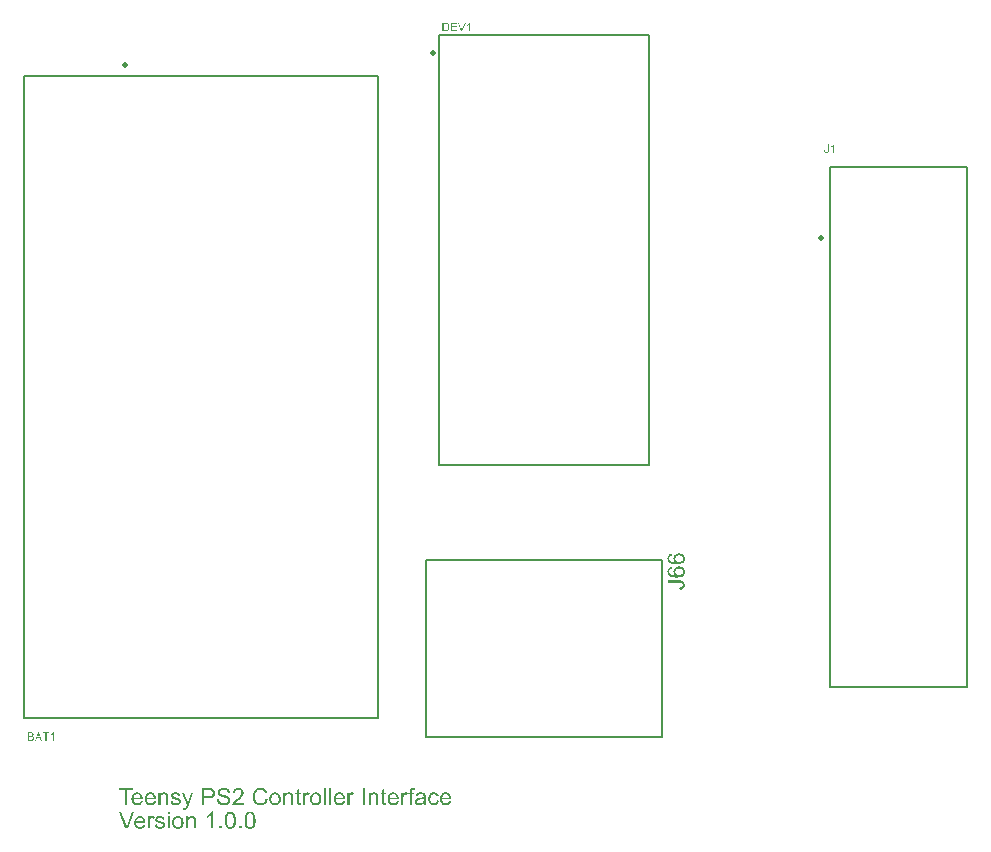
<source format=gto>
%FSLAX33Y33*%
%MOMM*%
%ADD10C,0.15*%
%ADD11C,0.5*%
%ADD12C,0.5*%
D10*
%LNtop silkscreen_traces*%
%LNtop silkscreen component 850c937d07aa44eb*%
G01*
X69200Y13000D02*
X69200Y57000D01*
X80800Y57000*
X80800Y13000*
X69200Y13000*
D11*
X68450Y51000D03*
G36*
X68729Y58403D02*
X68814Y58415D01*
X68817Y58377D01*
X68824Y58346D01*
X68833Y58321D01*
X68845Y58303D01*
X68860Y58289D01*
X68878Y58280D01*
X68898Y58274D01*
X68921Y58272D01*
X68938Y58273D01*
X68954Y58276D01*
X68969Y58281D01*
X68982Y58289D01*
X68994Y58298D01*
X69004Y58308D01*
X69012Y58320D01*
X69018Y58333D01*
X69022Y58349D01*
X69025Y58369D01*
X69027Y58394D01*
X69028Y58423D01*
X69028Y58916D01*
X69122Y58916D01*
X69122Y58428D01*
X69121Y58386D01*
X69117Y58348D01*
X69110Y58316D01*
X69101Y58289D01*
X69088Y58266D01*
X69073Y58245D01*
X69054Y58228D01*
X69032Y58214D01*
X69007Y58202D01*
X68981Y58194D01*
X68952Y58189D01*
X68921Y58188D01*
X68877Y58191D01*
X68838Y58201D01*
X68805Y58218D01*
X68777Y58242D01*
X68755Y58272D01*
X68740Y58309D01*
X68731Y58353D01*
X68729Y58403D01*
X68729Y58403D01*
X69573Y58200D02*
X69485Y58200D01*
X69485Y58760D01*
X69468Y58745D01*
X69448Y58730D01*
X69426Y58715D01*
X69401Y58700D01*
X69376Y58685D01*
X69353Y58673D01*
X69330Y58663D01*
X69309Y58654D01*
X69309Y58739D01*
X69345Y58757D01*
X69378Y58777D01*
X69409Y58799D01*
X69438Y58823D01*
X69463Y58848D01*
X69485Y58872D01*
X69502Y58895D01*
X69516Y58919D01*
X69573Y58919D01*
X69573Y58200D01*
X69573Y58200D01*
G37*
%LNtop silkscreen component 22919f5b1da83a9d*%
D10*
X55000Y8746D02*
X35000Y8746D01*
X35000Y23746*
X55000Y23746*
X55000Y8746*
G36*
X56484Y21226D02*
X56460Y21397D01*
X56536Y21404D01*
X56598Y21416D01*
X56648Y21434D01*
X56685Y21459D01*
X56711Y21489D01*
X56730Y21524D01*
X56742Y21564D01*
X56745Y21610D01*
X56743Y21644D01*
X56737Y21676D01*
X56727Y21706D01*
X56713Y21733D01*
X56695Y21757D01*
X56674Y21777D01*
X56650Y21793D01*
X56624Y21804D01*
X56592Y21813D01*
X56551Y21819D01*
X56502Y21823D01*
X56445Y21824D01*
X55458Y21824D01*
X55458Y22013D01*
X56434Y22013D01*
X56519Y22011D01*
X56593Y22003D01*
X56658Y21989D01*
X56712Y21970D01*
X56759Y21945D01*
X56799Y21914D01*
X56834Y21876D01*
X56863Y21832D01*
X56885Y21783D01*
X56901Y21730D01*
X56911Y21672D01*
X56914Y21611D01*
X56908Y21522D01*
X56887Y21445D01*
X56853Y21378D01*
X56806Y21322D01*
X56745Y21279D01*
X56671Y21248D01*
X56584Y21231D01*
X56484Y21226D01*
X56484Y21226D01*
X55809Y23164D02*
X55823Y22989D01*
X55774Y22976D01*
X55733Y22961D01*
X55699Y22943D01*
X55672Y22923D01*
X55639Y22885D01*
X55616Y22843D01*
X55602Y22797D01*
X55597Y22747D01*
X55600Y22706D01*
X55609Y22668D01*
X55623Y22632D01*
X55644Y22599D01*
X55678Y22560D01*
X55718Y22525D01*
X55766Y22495D01*
X55821Y22469D01*
X55885Y22447D01*
X55962Y22432D01*
X56050Y22423D01*
X56152Y22419D01*
X56225Y22511D01*
X56248Y22493D01*
X56301Y22467D01*
X56360Y22451D01*
X56426Y22446D01*
X56426Y22446D01*
X56471Y22448D01*
X56515Y22456D01*
X56558Y22468D01*
X56600Y22485D01*
X56639Y22506D01*
X56673Y22531D01*
X56702Y22560D01*
X56726Y22593D01*
X56745Y22628D01*
X56759Y22664D01*
X56767Y22700D01*
X56770Y22738D01*
X56764Y22792D01*
X56747Y22842D01*
X56719Y22887D01*
X56680Y22929D01*
X56631Y22964D01*
X56574Y22990D01*
X56509Y23005D01*
X56436Y23010D01*
X56366Y23005D01*
X56303Y22990D01*
X56249Y22965D01*
X56202Y22930D01*
X56165Y22888D01*
X56138Y22841D01*
X56122Y22789D01*
X56117Y22731D01*
X56122Y22674D01*
X56138Y22621D01*
X56165Y22573D01*
X56202Y22529D01*
X56225Y22511D01*
X56152Y22419D01*
X56106Y22452D01*
X56067Y22489D01*
X56035Y22530D01*
X56008Y22574D01*
X55988Y22620D01*
X55973Y22668D01*
X55964Y22717D01*
X55961Y22766D01*
X55969Y22851D01*
X55994Y22929D01*
X56034Y23001D01*
X56091Y23066D01*
X56160Y23120D01*
X56239Y23158D01*
X56327Y23181D01*
X56425Y23189D01*
X56491Y23186D01*
X56555Y23175D01*
X56617Y23157D01*
X56676Y23131D01*
X56730Y23099D01*
X56778Y23062D01*
X56819Y23020D01*
X56853Y22971D01*
X56880Y22919D01*
X56899Y22863D01*
X56911Y22804D01*
X56914Y22741D01*
X56904Y22636D01*
X56874Y22542D01*
X56824Y22457D01*
X56753Y22383D01*
X56659Y22322D01*
X56539Y22279D01*
X56393Y22253D01*
X56220Y22244D01*
X56027Y22253D01*
X55862Y22282D01*
X55725Y22330D01*
X55617Y22397D01*
X55545Y22470D01*
X55494Y22554D01*
X55463Y22650D01*
X55453Y22758D01*
X55458Y22838D01*
X55476Y22911D01*
X55506Y22977D01*
X55547Y23034D01*
X55599Y23083D01*
X55660Y23121D01*
X55730Y23148D01*
X55809Y23164D01*
X55809Y23164D01*
X55809Y24276D02*
X55823Y24101D01*
X55774Y24088D01*
X55733Y24073D01*
X55699Y24055D01*
X55672Y24035D01*
X55639Y23997D01*
X55616Y23955D01*
X55602Y23909D01*
X55597Y23859D01*
X55600Y23818D01*
X55609Y23780D01*
X55623Y23745D01*
X55644Y23712D01*
X55678Y23672D01*
X55718Y23637D01*
X55766Y23607D01*
X55821Y23581D01*
X55885Y23560D01*
X55962Y23544D01*
X56050Y23535D01*
X56152Y23531D01*
X56225Y23624D01*
X56248Y23605D01*
X56301Y23579D01*
X56360Y23564D01*
X56426Y23558D01*
X56426Y23558D01*
X56471Y23561D01*
X56515Y23568D01*
X56558Y23580D01*
X56600Y23597D01*
X56639Y23618D01*
X56673Y23643D01*
X56702Y23672D01*
X56726Y23705D01*
X56745Y23740D01*
X56759Y23776D01*
X56767Y23813D01*
X56770Y23850D01*
X56764Y23904D01*
X56747Y23954D01*
X56719Y24000D01*
X56680Y24042D01*
X56631Y24077D01*
X56574Y24102D01*
X56509Y24117D01*
X56436Y24122D01*
X56366Y24117D01*
X56303Y24102D01*
X56249Y24077D01*
X56202Y24043D01*
X56165Y24001D01*
X56138Y23953D01*
X56122Y23901D01*
X56117Y23844D01*
X56122Y23786D01*
X56138Y23733D01*
X56165Y23685D01*
X56202Y23641D01*
X56225Y23624D01*
X56152Y23531D01*
X56106Y23565D01*
X56067Y23602D01*
X56035Y23642D01*
X56008Y23686D01*
X55988Y23733D01*
X55973Y23780D01*
X55964Y23829D01*
X55961Y23879D01*
X55969Y23963D01*
X55994Y24041D01*
X56034Y24113D01*
X56091Y24178D01*
X56160Y24232D01*
X56239Y24271D01*
X56327Y24294D01*
X56425Y24302D01*
X56491Y24298D01*
X56555Y24287D01*
X56617Y24269D01*
X56676Y24243D01*
X56730Y24212D01*
X56778Y24174D01*
X56819Y24132D01*
X56853Y24084D01*
X56880Y24031D01*
X56899Y23975D01*
X56911Y23916D01*
X56914Y23853D01*
X56904Y23748D01*
X56874Y23654D01*
X56824Y23569D01*
X56753Y23495D01*
X56659Y23434D01*
X56539Y23391D01*
X56393Y23365D01*
X56220Y23356D01*
X56027Y23366D01*
X55862Y23395D01*
X55725Y23442D01*
X55617Y23510D01*
X55545Y23582D01*
X55494Y23667D01*
X55463Y23762D01*
X55453Y23870D01*
X55458Y23951D01*
X55476Y24024D01*
X55506Y24089D01*
X55547Y24147D01*
X55599Y24195D01*
X55660Y24233D01*
X55730Y24260D01*
X55809Y24276D01*
X55809Y24276D01*
G37*
%LNtop silkscreen component 794d13895f8c3f47*%
X30985Y10325D02*
X1015Y10325D01*
X1015Y64675*
X30985Y64675*
X30985Y10325*
D12*
X9565Y65650D03*
G36*
X1273Y8425D02*
X1273Y9141D01*
X1542Y9141D01*
X1581Y9139D01*
X1616Y9135D01*
X1647Y9129D01*
X1673Y9119D01*
X1697Y9107D01*
X1718Y9092D01*
X1736Y9073D01*
X1751Y9052D01*
X1763Y9029D01*
X1772Y9006D01*
X1777Y8982D01*
X1779Y8958D01*
X1778Y8935D01*
X1773Y8913D01*
X1765Y8892D01*
X1754Y8871D01*
X1740Y8852D01*
X1723Y8835D01*
X1703Y8819D01*
X1679Y8806D01*
X1651Y8738D01*
X1638Y8744D01*
X1618Y8749D01*
X1594Y8753D01*
X1566Y8755D01*
X1533Y8756D01*
X1368Y8756D01*
X1368Y8509D01*
X1368Y8509D01*
X1546Y8509D01*
X1567Y8510D01*
X1585Y8510D01*
X1600Y8511D01*
X1611Y8513D01*
X1626Y8516D01*
X1641Y8521D01*
X1654Y8526D01*
X1665Y8532D01*
X1676Y8540D01*
X1685Y8549D01*
X1694Y8560D01*
X1701Y8572D01*
X1708Y8586D01*
X1712Y8600D01*
X1715Y8616D01*
X1716Y8633D01*
X1714Y8652D01*
X1710Y8670D01*
X1704Y8687D01*
X1695Y8702D01*
X1684Y8716D01*
X1671Y8727D01*
X1655Y8737D01*
X1651Y8738D01*
X1679Y8806D01*
X1645Y8863D01*
X1657Y8872D01*
X1668Y8884D01*
X1676Y8897D01*
X1681Y8912D01*
X1685Y8928D01*
X1686Y8946D01*
X1685Y8964D01*
X1682Y8980D01*
X1676Y8995D01*
X1669Y9009D01*
X1659Y9022D01*
X1648Y9032D01*
X1635Y9040D01*
X1620Y9046D01*
X1601Y9051D01*
X1577Y9054D01*
X1547Y9056D01*
X1511Y9056D01*
X1368Y9056D01*
X1368Y8840D01*
X1368Y8840D01*
X1523Y8840D01*
X1552Y8841D01*
X1577Y8842D01*
X1597Y8845D01*
X1613Y8848D01*
X1630Y8855D01*
X1645Y8863D01*
X1679Y8806D01*
X1710Y8795D01*
X1736Y8780D01*
X1760Y8762D01*
X1779Y8741D01*
X1794Y8717D01*
X1805Y8691D01*
X1812Y8663D01*
X1814Y8633D01*
X1812Y8608D01*
X1808Y8584D01*
X1802Y8561D01*
X1793Y8539D01*
X1781Y8519D01*
X1769Y8501D01*
X1755Y8485D01*
X1740Y8472D01*
X1723Y8461D01*
X1705Y8452D01*
X1684Y8444D01*
X1662Y8437D01*
X1637Y8432D01*
X1609Y8428D01*
X1579Y8426D01*
X1546Y8425D01*
X1273Y8425D01*
X1273Y8425D01*
X1866Y8425D02*
X2122Y9092D01*
X2189Y9066D01*
X2182Y9031D01*
X2173Y8997D01*
X2162Y8963D01*
X2151Y8929D01*
X2072Y8719D01*
X2072Y8719D01*
X2315Y8719D01*
X2240Y8917D01*
X2224Y8960D01*
X2210Y8999D01*
X2199Y9035D01*
X2189Y9066D01*
X2122Y9092D01*
X2140Y9141D01*
X2242Y9141D01*
X2535Y8425D01*
X2428Y8425D01*
X2344Y8642D01*
X2045Y8642D01*
X1966Y8425D01*
X1866Y8425D01*
X1866Y8425D01*
X2793Y8425D02*
X2793Y9056D01*
X2557Y9056D01*
X2557Y9141D01*
X3125Y9141D01*
X3125Y9056D01*
X2888Y9056D01*
X2888Y8425D01*
X2793Y8425D01*
X2793Y8425D01*
X3517Y8425D02*
X3429Y8425D01*
X3429Y8985D01*
X3412Y8970D01*
X3393Y8955D01*
X3371Y8940D01*
X3346Y8925D01*
X3321Y8910D01*
X3297Y8898D01*
X3275Y8888D01*
X3254Y8879D01*
X3254Y8964D01*
X3289Y8982D01*
X3323Y9002D01*
X3354Y9024D01*
X3383Y9048D01*
X3408Y9073D01*
X3430Y9097D01*
X3447Y9120D01*
X3461Y9144D01*
X3517Y9144D01*
X3517Y8425D01*
X3517Y8425D01*
G37*
%LNtop silkscreen component 6262f7c8d15c121a*%
D10*
X36080Y68205D02*
X53920Y68205D01*
X36080Y68205D02*
X36080Y31795D01*
X53920Y31795*
X53920Y68205*
D11*
X35580Y66688D03*
G36*
X36401Y68505D02*
X36401Y69221D01*
X36646Y69221D01*
X36646Y69136D01*
X36496Y69136D01*
X36496Y68589D01*
X36496Y68589D01*
X36649Y68589D01*
X36682Y68590D01*
X36712Y68593D01*
X36738Y68597D01*
X36760Y68603D01*
X36779Y68610D01*
X36796Y68619D01*
X36811Y68628D01*
X36824Y68640D01*
X36840Y68658D01*
X36854Y68679D01*
X36866Y68703D01*
X36876Y68730D01*
X36885Y68760D01*
X36890Y68793D01*
X36894Y68829D01*
X36895Y68868D01*
X36893Y68921D01*
X36886Y68968D01*
X36874Y69007D01*
X36858Y69041D01*
X36839Y69069D01*
X36817Y69091D01*
X36794Y69109D01*
X36769Y69122D01*
X36747Y69128D01*
X36719Y69133D01*
X36685Y69135D01*
X36646Y69136D01*
X36646Y69221D01*
X36648Y69221D01*
X36687Y69220D01*
X36721Y69218D01*
X36751Y69215D01*
X36775Y69211D01*
X36805Y69202D01*
X36832Y69191D01*
X36857Y69176D01*
X36880Y69159D01*
X36907Y69134D01*
X36929Y69105D01*
X36949Y69073D01*
X36965Y69037D01*
X36977Y68998D01*
X36986Y68957D01*
X36991Y68913D01*
X36993Y68867D01*
X36992Y68827D01*
X36988Y68790D01*
X36982Y68755D01*
X36974Y68722D01*
X36964Y68692D01*
X36952Y68665D01*
X36939Y68640D01*
X36925Y68618D01*
X36910Y68599D01*
X36894Y68581D01*
X36877Y68566D01*
X36860Y68553D01*
X36841Y68542D01*
X36821Y68532D01*
X36798Y68524D01*
X36774Y68517D01*
X36748Y68512D01*
X36720Y68508D01*
X36691Y68506D01*
X36659Y68505D01*
X36401Y68505D01*
X36401Y68505D01*
X37125Y68505D02*
X37125Y69221D01*
X37643Y69221D01*
X37643Y69136D01*
X37220Y69136D01*
X37220Y68917D01*
X37616Y68917D01*
X37616Y68833D01*
X37220Y68833D01*
X37220Y68589D01*
X37659Y68589D01*
X37659Y68505D01*
X37125Y68505D01*
X37125Y68505D01*
X37995Y68505D02*
X37717Y69221D01*
X37820Y69221D01*
X38006Y68701D01*
X38017Y68670D01*
X38027Y68640D01*
X38036Y68611D01*
X38044Y68584D01*
X38052Y68613D01*
X38062Y68642D01*
X38071Y68672D01*
X38082Y68701D01*
X38276Y69221D01*
X38372Y69221D01*
X38092Y68505D01*
X37995Y68505D01*
X37995Y68505D01*
X38753Y68505D02*
X38665Y68505D01*
X38665Y69065D01*
X38648Y69050D01*
X38628Y69035D01*
X38606Y69020D01*
X38581Y69005D01*
X38556Y68990D01*
X38533Y68978D01*
X38510Y68968D01*
X38489Y68959D01*
X38489Y69044D01*
X38525Y69062D01*
X38558Y69082D01*
X38589Y69104D01*
X38618Y69128D01*
X38643Y69153D01*
X38665Y69177D01*
X38682Y69200D01*
X38696Y69224D01*
X38753Y69224D01*
X38753Y68505D01*
X38753Y68505D01*
G37*
%LNtext*%
G36*
X9519Y3000D02*
X9519Y4263D01*
X9047Y4263D01*
X9047Y4432D01*
X10182Y4432D01*
X10182Y4263D01*
X9708Y4263D01*
X9708Y3000D01*
X9519Y3000D01*
X9519Y3000D01*
X10842Y3334D02*
X11023Y3312D01*
X10997Y3236D01*
X10962Y3170D01*
X10918Y3113D01*
X10864Y3064D01*
X10802Y3026D01*
X10732Y2999D01*
X10654Y2982D01*
X10567Y2977D01*
X10459Y2985D01*
X10363Y3012D01*
X10279Y3055D01*
X10206Y3117D01*
X10148Y3194D01*
X10107Y3285D01*
X10082Y3390D01*
X10073Y3510D01*
X10082Y3633D01*
X10107Y3742D01*
X10149Y3836D01*
X10208Y3916D01*
X10280Y3979D01*
X10363Y4024D01*
X10455Y4052D01*
X10558Y4061D01*
X10572Y4059D01*
X10560Y3916D01*
X10501Y3911D01*
X10448Y3896D01*
X10400Y3870D01*
X10356Y3835D01*
X10319Y3791D01*
X10292Y3740D01*
X10274Y3683D01*
X10265Y3618D01*
X10265Y3618D01*
X10844Y3618D01*
X10835Y3680D01*
X10821Y3733D01*
X10802Y3778D01*
X10777Y3814D01*
X10732Y3859D01*
X10681Y3891D01*
X10623Y3910D01*
X10560Y3916D01*
X10572Y4059D01*
X10657Y4052D01*
X10747Y4025D01*
X10827Y3981D01*
X10897Y3919D01*
X10955Y3841D01*
X10996Y3749D01*
X11021Y3642D01*
X11029Y3521D01*
X11029Y3512D01*
X11029Y3501D01*
X11029Y3488D01*
X11028Y3474D01*
X10255Y3474D01*
X10265Y3393D01*
X10284Y3323D01*
X10313Y3262D01*
X10351Y3212D01*
X10398Y3172D01*
X10449Y3144D01*
X10506Y3127D01*
X10568Y3121D01*
X10615Y3124D01*
X10658Y3134D01*
X10697Y3150D01*
X10733Y3172D01*
X10766Y3201D01*
X10795Y3238D01*
X10820Y3282D01*
X10842Y3334D01*
X10842Y3334D01*
X11954Y3334D02*
X12136Y3312D01*
X12110Y3236D01*
X12074Y3170D01*
X12030Y3113D01*
X11977Y3064D01*
X11914Y3026D01*
X11844Y2999D01*
X11766Y2982D01*
X11680Y2977D01*
X11572Y2985D01*
X11476Y3012D01*
X11391Y3055D01*
X11319Y3117D01*
X11260Y3194D01*
X11219Y3285D01*
X11194Y3390D01*
X11185Y3510D01*
X11194Y3633D01*
X11219Y3742D01*
X11261Y3836D01*
X11320Y3916D01*
X11393Y3979D01*
X11475Y4024D01*
X11567Y4052D01*
X11670Y4061D01*
X11685Y4059D01*
X11672Y3916D01*
X11614Y3911D01*
X11560Y3896D01*
X11512Y3870D01*
X11468Y3835D01*
X11432Y3791D01*
X11404Y3740D01*
X11386Y3683D01*
X11377Y3618D01*
X11377Y3618D01*
X11956Y3618D01*
X11947Y3680D01*
X11934Y3733D01*
X11914Y3778D01*
X11890Y3814D01*
X11844Y3859D01*
X11793Y3891D01*
X11736Y3910D01*
X11672Y3916D01*
X11685Y4059D01*
X11769Y4052D01*
X11859Y4025D01*
X11939Y3981D01*
X12010Y3919D01*
X12067Y3841D01*
X12109Y3749D01*
X12133Y3642D01*
X12142Y3521D01*
X12141Y3512D01*
X12141Y3501D01*
X12141Y3488D01*
X12141Y3474D01*
X11367Y3474D01*
X11377Y3393D01*
X11396Y3323D01*
X11425Y3262D01*
X11464Y3212D01*
X11510Y3172D01*
X11561Y3144D01*
X11618Y3127D01*
X11681Y3121D01*
X11727Y3124D01*
X11770Y3134D01*
X11810Y3150D01*
X11846Y3172D01*
X11878Y3201D01*
X11907Y3238D01*
X11932Y3282D01*
X11954Y3334D01*
X11954Y3334D01*
X12356Y3000D02*
X12356Y4037D01*
X12515Y4037D01*
X12515Y3890D01*
X12578Y3964D01*
X12654Y4018D01*
X12743Y4050D01*
X12845Y4061D01*
X12891Y4058D01*
X12935Y4052D01*
X12977Y4042D01*
X13017Y4027D01*
X13054Y4009D01*
X13086Y3988D01*
X13113Y3965D01*
X13135Y3938D01*
X13153Y3910D01*
X13168Y3879D01*
X13180Y3845D01*
X13189Y3809D01*
X13194Y3780D01*
X13197Y3741D01*
X13199Y3694D01*
X13199Y3638D01*
X13199Y3000D01*
X13023Y3000D01*
X13023Y3631D01*
X13022Y3681D01*
X13018Y3725D01*
X13012Y3762D01*
X13003Y3792D01*
X12991Y3817D01*
X12974Y3839D01*
X12954Y3859D01*
X12930Y3876D01*
X12903Y3890D01*
X12873Y3900D01*
X12842Y3906D01*
X12808Y3908D01*
X12753Y3904D01*
X12703Y3890D01*
X12656Y3868D01*
X12614Y3837D01*
X12578Y3793D01*
X12553Y3734D01*
X12537Y3658D01*
X12532Y3566D01*
X12532Y3000D01*
X12356Y3000D01*
X12356Y3000D01*
X13398Y3310D02*
X13572Y3337D01*
X13583Y3288D01*
X13600Y3245D01*
X13624Y3208D01*
X13654Y3177D01*
X13691Y3152D01*
X13734Y3135D01*
X13784Y3125D01*
X13841Y3121D01*
X13897Y3124D01*
X13946Y3133D01*
X13987Y3149D01*
X14020Y3170D01*
X14046Y3196D01*
X14064Y3224D01*
X14075Y3254D01*
X14079Y3286D01*
X14076Y3314D01*
X14066Y3339D01*
X14050Y3361D01*
X14027Y3380D01*
X14003Y3392D01*
X13964Y3406D01*
X13913Y3422D01*
X13848Y3439D01*
X13758Y3463D01*
X13684Y3485D01*
X13624Y3505D01*
X13580Y3524D01*
X13544Y3543D01*
X13514Y3566D01*
X13488Y3593D01*
X13466Y3623D01*
X13449Y3655D01*
X13437Y3689D01*
X13430Y3724D01*
X13428Y3762D01*
X13430Y3796D01*
X13436Y3828D01*
X13446Y3860D01*
X13459Y3890D01*
X13477Y3918D01*
X13497Y3944D01*
X13520Y3967D01*
X13546Y3988D01*
X13568Y4003D01*
X13594Y4016D01*
X13624Y4028D01*
X13658Y4040D01*
X13694Y4049D01*
X13731Y4055D01*
X13770Y4059D01*
X13810Y4061D01*
X13869Y4058D01*
X13924Y4052D01*
X13976Y4041D01*
X14024Y4025D01*
X14067Y4006D01*
X14104Y3984D01*
X14135Y3959D01*
X14160Y3930D01*
X14180Y3898D01*
X14197Y3860D01*
X14211Y3817D01*
X14221Y3770D01*
X14049Y3746D01*
X14040Y3784D01*
X14026Y3817D01*
X14006Y3846D01*
X13981Y3871D01*
X13950Y3891D01*
X13913Y3905D01*
X13871Y3913D01*
X13822Y3916D01*
X13766Y3914D01*
X13718Y3906D01*
X13680Y3893D01*
X13649Y3876D01*
X13627Y3855D01*
X13611Y3833D01*
X13601Y3808D01*
X13598Y3782D01*
X13599Y3766D01*
X13603Y3750D01*
X13610Y3735D01*
X13619Y3721D01*
X13631Y3707D01*
X13647Y3695D01*
X13665Y3684D01*
X13687Y3674D01*
X13706Y3667D01*
X13739Y3658D01*
X13784Y3645D01*
X13842Y3629D01*
X13928Y3605D01*
X14000Y3584D01*
X14058Y3564D01*
X14102Y3547D01*
X14137Y3530D01*
X14168Y3508D01*
X14195Y3484D01*
X14218Y3455D01*
X14236Y3423D01*
X14249Y3387D01*
X14257Y3348D01*
X14260Y3305D01*
X14257Y3261D01*
X14247Y3219D01*
X14231Y3179D01*
X14208Y3139D01*
X14180Y3103D01*
X14146Y3070D01*
X14106Y3042D01*
X14061Y3019D01*
X14011Y3000D01*
X13958Y2987D01*
X13901Y2979D01*
X13842Y2977D01*
X13747Y2982D01*
X13664Y2998D01*
X13593Y3024D01*
X13534Y3061D01*
X13485Y3108D01*
X13447Y3165D01*
X13418Y3232D01*
X13398Y3310D01*
X13398Y3310D01*
X14461Y2601D02*
X14441Y2766D01*
X14469Y2759D01*
X14495Y2754D01*
X14520Y2751D01*
X14542Y2750D01*
X14570Y2751D01*
X14595Y2755D01*
X14617Y2761D01*
X14636Y2770D01*
X14653Y2780D01*
X14668Y2793D01*
X14681Y2808D01*
X14693Y2824D01*
X14703Y2842D01*
X14715Y2870D01*
X14730Y2908D01*
X14747Y2955D01*
X14750Y2963D01*
X14753Y2973D01*
X14758Y2985D01*
X14763Y2998D01*
X14369Y4037D01*
X14559Y4037D01*
X14774Y3437D01*
X14795Y3379D01*
X14814Y3319D01*
X14833Y3259D01*
X14850Y3196D01*
X14866Y3256D01*
X14883Y3316D01*
X14902Y3375D01*
X14922Y3433D01*
X15144Y4037D01*
X15319Y4037D01*
X14925Y2982D01*
X14895Y2904D01*
X14868Y2838D01*
X14846Y2786D01*
X14826Y2747D01*
X14802Y2707D01*
X14776Y2672D01*
X14748Y2643D01*
X14719Y2620D01*
X14687Y2602D01*
X14652Y2589D01*
X14615Y2582D01*
X14574Y2579D01*
X14548Y2580D01*
X14521Y2584D01*
X14492Y2591D01*
X14461Y2601D01*
X14461Y2601D01*
X16047Y3000D02*
X16047Y4432D01*
X16587Y4432D01*
X16654Y4431D01*
X16713Y4428D01*
X16763Y4424D01*
X16805Y4418D01*
X16855Y4407D01*
X16902Y4392D01*
X16944Y4374D01*
X16982Y4351D01*
X17015Y4324D01*
X17046Y4292D01*
X17073Y4255D01*
X17096Y4213D01*
X17115Y4167D01*
X17129Y4120D01*
X17137Y4070D01*
X17140Y4018D01*
X17132Y3930D01*
X17111Y3849D01*
X17074Y3775D01*
X17024Y3708D01*
X16954Y3653D01*
X16860Y3614D01*
X16744Y3590D01*
X16701Y3588D01*
X16692Y3755D01*
X16764Y3768D01*
X16822Y3789D01*
X16867Y3819D01*
X16901Y3857D01*
X16925Y3902D01*
X16940Y3953D01*
X16944Y4012D01*
X16942Y4055D01*
X16933Y4095D01*
X16919Y4132D01*
X16899Y4166D01*
X16875Y4195D01*
X16846Y4219D01*
X16815Y4237D01*
X16779Y4250D01*
X16750Y4256D01*
X16711Y4260D01*
X16662Y4262D01*
X16603Y4263D01*
X16236Y4263D01*
X16236Y3751D01*
X16236Y3751D01*
X16607Y3751D01*
X16692Y3755D01*
X16701Y3588D01*
X16604Y3582D01*
X16236Y3582D01*
X16236Y3000D01*
X16047Y3000D01*
X16047Y3000D01*
X17317Y3460D02*
X17495Y3476D01*
X17504Y3424D01*
X17516Y3378D01*
X17533Y3336D01*
X17554Y3299D01*
X17581Y3267D01*
X17614Y3237D01*
X17653Y3211D01*
X17698Y3188D01*
X17749Y3169D01*
X17802Y3156D01*
X17859Y3148D01*
X17918Y3146D01*
X17971Y3148D01*
X18020Y3154D01*
X18066Y3164D01*
X18110Y3178D01*
X18148Y3195D01*
X18182Y3216D01*
X18210Y3240D01*
X18233Y3266D01*
X18251Y3295D01*
X18263Y3325D01*
X18271Y3356D01*
X18274Y3389D01*
X18271Y3421D01*
X18264Y3452D01*
X18252Y3480D01*
X18235Y3506D01*
X18212Y3530D01*
X18183Y3553D01*
X18147Y3573D01*
X18106Y3591D01*
X18068Y3604D01*
X18013Y3620D01*
X17941Y3639D01*
X17851Y3661D01*
X17759Y3684D01*
X17683Y3707D01*
X17621Y3729D01*
X17574Y3750D01*
X17526Y3778D01*
X17485Y3810D01*
X17450Y3845D01*
X17422Y3883D01*
X17400Y3924D01*
X17384Y3968D01*
X17374Y4013D01*
X17371Y4062D01*
X17375Y4115D01*
X17387Y4166D01*
X17406Y4216D01*
X17433Y4264D01*
X17467Y4308D01*
X17508Y4347D01*
X17557Y4380D01*
X17612Y4407D01*
X17673Y4429D01*
X17737Y4444D01*
X17805Y4453D01*
X17875Y4456D01*
X17952Y4453D01*
X18025Y4443D01*
X18093Y4427D01*
X18156Y4405D01*
X18213Y4376D01*
X18263Y4341D01*
X18307Y4301D01*
X18343Y4254D01*
X18372Y4202D01*
X18393Y4148D01*
X18407Y4090D01*
X18413Y4028D01*
X18232Y4015D01*
X18220Y4078D01*
X18199Y4134D01*
X18170Y4181D01*
X18132Y4220D01*
X18085Y4250D01*
X18028Y4272D01*
X17960Y4285D01*
X17883Y4289D01*
X17803Y4285D01*
X17734Y4273D01*
X17678Y4254D01*
X17632Y4226D01*
X17598Y4193D01*
X17573Y4157D01*
X17559Y4117D01*
X17554Y4074D01*
X17557Y4037D01*
X17568Y4004D01*
X17585Y3974D01*
X17610Y3947D01*
X17648Y3922D01*
X17708Y3897D01*
X17791Y3871D01*
X17895Y3845D01*
X18002Y3820D01*
X18090Y3796D01*
X18160Y3774D01*
X18212Y3754D01*
X18270Y3723D01*
X18321Y3689D01*
X18363Y3650D01*
X18397Y3608D01*
X18423Y3562D01*
X18441Y3513D01*
X18452Y3460D01*
X18456Y3404D01*
X18452Y3348D01*
X18440Y3293D01*
X18419Y3240D01*
X18391Y3189D01*
X18354Y3141D01*
X18311Y3099D01*
X18260Y3063D01*
X18203Y3032D01*
X18140Y3007D01*
X18073Y2990D01*
X18002Y2979D01*
X17927Y2976D01*
X17834Y2979D01*
X17748Y2990D01*
X17671Y3007D01*
X17601Y3032D01*
X17539Y3064D01*
X17484Y3103D01*
X17436Y3149D01*
X17395Y3203D01*
X17362Y3261D01*
X17338Y3324D01*
X17323Y3390D01*
X17317Y3460D01*
X17317Y3460D01*
X19568Y3169D02*
X19568Y3000D01*
X18621Y3000D01*
X18622Y3031D01*
X18625Y3062D01*
X18632Y3092D01*
X18642Y3122D01*
X18663Y3170D01*
X18689Y3218D01*
X18720Y3265D01*
X18757Y3313D01*
X18802Y3361D01*
X18855Y3414D01*
X18917Y3470D01*
X18987Y3529D01*
X19095Y3620D01*
X19183Y3701D01*
X19252Y3772D01*
X19303Y3833D01*
X19339Y3888D01*
X19364Y3941D01*
X19380Y3993D01*
X19385Y4044D01*
X19380Y4094D01*
X19366Y4140D01*
X19343Y4182D01*
X19310Y4220D01*
X19270Y4252D01*
X19224Y4274D01*
X19173Y4288D01*
X19115Y4292D01*
X19055Y4287D01*
X19001Y4273D01*
X18954Y4249D01*
X18912Y4216D01*
X18879Y4174D01*
X18855Y4125D01*
X18840Y4069D01*
X18835Y4005D01*
X18654Y4023D01*
X18670Y4119D01*
X18699Y4202D01*
X18740Y4273D01*
X18794Y4332D01*
X18860Y4378D01*
X18936Y4411D01*
X19022Y4431D01*
X19119Y4438D01*
X19217Y4430D01*
X19304Y4409D01*
X19380Y4373D01*
X19445Y4323D01*
X19498Y4263D01*
X19536Y4195D01*
X19558Y4121D01*
X19566Y4040D01*
X19563Y3997D01*
X19557Y3955D01*
X19546Y3913D01*
X19530Y3871D01*
X19510Y3829D01*
X19484Y3786D01*
X19452Y3742D01*
X19414Y3696D01*
X19366Y3646D01*
X19305Y3587D01*
X19231Y3520D01*
X19143Y3444D01*
X19071Y3383D01*
X19013Y3333D01*
X18969Y3293D01*
X18940Y3264D01*
X18918Y3240D01*
X18899Y3217D01*
X18881Y3193D01*
X18865Y3169D01*
X19568Y3169D01*
X19568Y3169D01*
X21404Y3502D02*
X21594Y3454D01*
X21558Y3344D01*
X21511Y3248D01*
X21451Y3166D01*
X21380Y3098D01*
X21298Y3045D01*
X21208Y3006D01*
X21109Y2983D01*
X21001Y2976D01*
X20891Y2981D01*
X20791Y2999D01*
X20703Y3029D01*
X20625Y3070D01*
X20556Y3122D01*
X20497Y3185D01*
X20446Y3259D01*
X20404Y3343D01*
X20371Y3434D01*
X20347Y3528D01*
X20333Y3626D01*
X20328Y3727D01*
X20334Y3835D01*
X20350Y3936D01*
X20376Y4030D01*
X20414Y4117D01*
X20461Y4195D01*
X20517Y4263D01*
X20583Y4321D01*
X20657Y4370D01*
X20738Y4407D01*
X20823Y4434D01*
X20911Y4451D01*
X21004Y4456D01*
X21107Y4449D01*
X21202Y4429D01*
X21288Y4395D01*
X21365Y4347D01*
X21433Y4286D01*
X21490Y4215D01*
X21535Y4133D01*
X21569Y4039D01*
X21383Y3995D01*
X21355Y4068D01*
X21322Y4130D01*
X21283Y4182D01*
X21238Y4223D01*
X21188Y4254D01*
X21132Y4276D01*
X21069Y4289D01*
X21000Y4294D01*
X20921Y4289D01*
X20849Y4274D01*
X20783Y4249D01*
X20724Y4215D01*
X20673Y4172D01*
X20630Y4122D01*
X20595Y4066D01*
X20569Y4002D01*
X20549Y3935D01*
X20535Y3867D01*
X20526Y3798D01*
X20524Y3728D01*
X20527Y3639D01*
X20537Y3557D01*
X20554Y3480D01*
X20577Y3409D01*
X20607Y3345D01*
X20645Y3290D01*
X20690Y3243D01*
X20742Y3205D01*
X20800Y3176D01*
X20859Y3155D01*
X20921Y3142D01*
X20986Y3138D01*
X21062Y3143D01*
X21132Y3161D01*
X21197Y3189D01*
X21255Y3229D01*
X21306Y3281D01*
X21348Y3344D01*
X21380Y3417D01*
X21404Y3502D01*
X21404Y3502D01*
X21739Y3519D02*
X21749Y3653D01*
X21779Y3769D01*
X21830Y3867D01*
X21900Y3945D01*
X21970Y3996D01*
X22048Y4032D01*
X22133Y4053D01*
X22226Y4061D01*
X22328Y4052D01*
X22420Y4026D01*
X22503Y3982D01*
X22575Y3920D01*
X22635Y3844D01*
X22677Y3754D01*
X22703Y3650D01*
X22711Y3533D01*
X22707Y3438D01*
X22696Y3354D01*
X22677Y3281D01*
X22651Y3218D01*
X22618Y3164D01*
X22577Y3116D01*
X22530Y3075D01*
X22476Y3040D01*
X22418Y3012D01*
X22356Y2992D01*
X22292Y2981D01*
X22226Y2977D01*
X22214Y2978D01*
X22226Y3121D01*
X22288Y3127D01*
X22346Y3146D01*
X22397Y3177D01*
X22444Y3221D01*
X22482Y3277D01*
X22509Y3346D01*
X22525Y3429D01*
X22530Y3524D01*
X22525Y3615D01*
X22509Y3693D01*
X22481Y3761D01*
X22443Y3816D01*
X22397Y3859D01*
X22345Y3890D01*
X22288Y3909D01*
X22226Y3915D01*
X22163Y3909D01*
X22105Y3890D01*
X22053Y3860D01*
X22007Y3816D01*
X21969Y3761D01*
X21942Y3693D01*
X21926Y3612D01*
X21920Y3519D01*
X21920Y3519D01*
X21926Y3425D01*
X21942Y3344D01*
X21969Y3276D01*
X22007Y3220D01*
X22053Y3177D01*
X22105Y3146D01*
X22163Y3127D01*
X22226Y3121D01*
X22214Y2978D01*
X22122Y2985D01*
X22029Y3011D01*
X21946Y3055D01*
X21874Y3116D01*
X21815Y3194D01*
X21773Y3287D01*
X21748Y3395D01*
X21739Y3519D01*
X21739Y3519D01*
X22917Y3000D02*
X22917Y4037D01*
X23075Y4037D01*
X23075Y3890D01*
X23139Y3964D01*
X23215Y4018D01*
X23304Y4050D01*
X23405Y4061D01*
X23451Y4058D01*
X23495Y4052D01*
X23538Y4042D01*
X23578Y4027D01*
X23615Y4009D01*
X23647Y3988D01*
X23673Y3965D01*
X23695Y3938D01*
X23714Y3910D01*
X23729Y3879D01*
X23741Y3845D01*
X23750Y3809D01*
X23754Y3780D01*
X23758Y3741D01*
X23759Y3694D01*
X23760Y3638D01*
X23760Y3000D01*
X23584Y3000D01*
X23584Y3631D01*
X23583Y3681D01*
X23579Y3725D01*
X23573Y3762D01*
X23564Y3792D01*
X23551Y3817D01*
X23535Y3839D01*
X23515Y3859D01*
X23491Y3876D01*
X23464Y3890D01*
X23434Y3900D01*
X23402Y3906D01*
X23368Y3908D01*
X23314Y3904D01*
X23264Y3890D01*
X23217Y3868D01*
X23175Y3837D01*
X23139Y3793D01*
X23113Y3734D01*
X23098Y3658D01*
X23093Y3566D01*
X23093Y3000D01*
X22917Y3000D01*
X22917Y3000D01*
X24413Y3157D02*
X24439Y3002D01*
X24403Y2995D01*
X24368Y2990D01*
X24336Y2987D01*
X24306Y2986D01*
X24261Y2988D01*
X24221Y2994D01*
X24186Y3003D01*
X24157Y3017D01*
X24133Y3033D01*
X24113Y3052D01*
X24096Y3073D01*
X24083Y3096D01*
X24074Y3128D01*
X24067Y3173D01*
X24063Y3231D01*
X24062Y3304D01*
X24062Y3900D01*
X23933Y3900D01*
X23933Y4037D01*
X24062Y4037D01*
X24062Y4294D01*
X24237Y4399D01*
X24237Y4037D01*
X24413Y4037D01*
X24413Y3900D01*
X24237Y3900D01*
X24237Y3294D01*
X24237Y3260D01*
X24239Y3232D01*
X24242Y3211D01*
X24246Y3197D01*
X24251Y3187D01*
X24258Y3178D01*
X24266Y3170D01*
X24276Y3163D01*
X24288Y3158D01*
X24302Y3154D01*
X24318Y3151D01*
X24336Y3150D01*
X24352Y3151D01*
X24370Y3152D01*
X24391Y3154D01*
X24413Y3157D01*
X24413Y3157D01*
X24583Y3000D02*
X24583Y4037D01*
X24741Y4037D01*
X24741Y3880D01*
X24771Y3930D01*
X24800Y3971D01*
X24827Y4003D01*
X24853Y4025D01*
X24879Y4041D01*
X24907Y4052D01*
X24936Y4058D01*
X24966Y4061D01*
X25011Y4057D01*
X25056Y4046D01*
X25101Y4029D01*
X25147Y4004D01*
X25086Y3841D01*
X25054Y3857D01*
X25022Y3869D01*
X24989Y3877D01*
X24957Y3879D01*
X24929Y3877D01*
X24903Y3870D01*
X24877Y3859D01*
X24854Y3844D01*
X24832Y3825D01*
X24814Y3803D01*
X24800Y3777D01*
X24788Y3748D01*
X24775Y3700D01*
X24766Y3650D01*
X24761Y3598D01*
X24759Y3543D01*
X24759Y3000D01*
X24583Y3000D01*
X24583Y3000D01*
X25186Y3519D02*
X25196Y3653D01*
X25226Y3769D01*
X25276Y3867D01*
X25346Y3945D01*
X25416Y3996D01*
X25494Y4032D01*
X25580Y4053D01*
X25672Y4061D01*
X25774Y4052D01*
X25866Y4026D01*
X25949Y3982D01*
X26022Y3920D01*
X26081Y3844D01*
X26123Y3754D01*
X26149Y3650D01*
X26157Y3533D01*
X26154Y3438D01*
X26142Y3354D01*
X26124Y3281D01*
X26097Y3218D01*
X26064Y3164D01*
X26024Y3116D01*
X25976Y3075D01*
X25923Y3040D01*
X25864Y3012D01*
X25803Y2992D01*
X25739Y2981D01*
X25672Y2977D01*
X25660Y2978D01*
X25672Y3121D01*
X25735Y3127D01*
X25792Y3146D01*
X25844Y3177D01*
X25890Y3221D01*
X25928Y3277D01*
X25955Y3346D01*
X25971Y3429D01*
X25977Y3524D01*
X25971Y3615D01*
X25955Y3693D01*
X25928Y3761D01*
X25889Y3816D01*
X25843Y3859D01*
X25791Y3890D01*
X25734Y3909D01*
X25672Y3915D01*
X25609Y3909D01*
X25551Y3890D01*
X25500Y3860D01*
X25453Y3816D01*
X25415Y3761D01*
X25388Y3693D01*
X25372Y3612D01*
X25366Y3519D01*
X25366Y3519D01*
X25372Y3425D01*
X25388Y3344D01*
X25415Y3276D01*
X25453Y3220D01*
X25500Y3177D01*
X25551Y3146D01*
X25609Y3127D01*
X25672Y3121D01*
X25660Y2978D01*
X25568Y2985D01*
X25475Y3011D01*
X25392Y3055D01*
X25320Y3116D01*
X25261Y3194D01*
X25219Y3287D01*
X25194Y3395D01*
X25186Y3519D01*
X25186Y3519D01*
X26360Y3000D02*
X26360Y4432D01*
X26535Y4432D01*
X26535Y3000D01*
X26360Y3000D01*
X26360Y3000D01*
X26804Y3000D02*
X26804Y4432D01*
X26980Y4432D01*
X26980Y3000D01*
X26804Y3000D01*
X26804Y3000D01*
X27962Y3334D02*
X28144Y3312D01*
X28118Y3236D01*
X28082Y3170D01*
X28038Y3113D01*
X27984Y3064D01*
X27922Y3026D01*
X27852Y2999D01*
X27774Y2982D01*
X27688Y2977D01*
X27580Y2985D01*
X27484Y3012D01*
X27399Y3055D01*
X27327Y3117D01*
X27268Y3194D01*
X27227Y3285D01*
X27202Y3390D01*
X27193Y3510D01*
X27202Y3633D01*
X27227Y3742D01*
X27269Y3836D01*
X27328Y3916D01*
X27401Y3979D01*
X27483Y4024D01*
X27575Y4052D01*
X27678Y4061D01*
X27693Y4059D01*
X27680Y3916D01*
X27622Y3911D01*
X27568Y3896D01*
X27520Y3870D01*
X27476Y3835D01*
X27439Y3791D01*
X27412Y3740D01*
X27394Y3683D01*
X27385Y3618D01*
X27385Y3618D01*
X27964Y3618D01*
X27955Y3680D01*
X27941Y3733D01*
X27922Y3778D01*
X27898Y3814D01*
X27852Y3859D01*
X27801Y3891D01*
X27744Y3910D01*
X27680Y3916D01*
X27693Y4059D01*
X27777Y4052D01*
X27867Y4025D01*
X27947Y3981D01*
X28018Y3919D01*
X28075Y3841D01*
X28117Y3749D01*
X28141Y3642D01*
X28149Y3521D01*
X28149Y3512D01*
X28149Y3501D01*
X28149Y3488D01*
X28149Y3474D01*
X27375Y3474D01*
X27385Y3393D01*
X27404Y3323D01*
X27433Y3262D01*
X27472Y3212D01*
X27518Y3172D01*
X27569Y3144D01*
X27626Y3127D01*
X27689Y3121D01*
X27735Y3124D01*
X27778Y3134D01*
X27818Y3150D01*
X27854Y3172D01*
X27886Y3201D01*
X27915Y3238D01*
X27940Y3282D01*
X27962Y3334D01*
X27962Y3334D01*
X28362Y3000D02*
X28362Y4037D01*
X28521Y4037D01*
X28521Y3880D01*
X28550Y3930D01*
X28579Y3971D01*
X28606Y4003D01*
X28632Y4025D01*
X28659Y4041D01*
X28686Y4052D01*
X28715Y4058D01*
X28745Y4061D01*
X28790Y4057D01*
X28835Y4046D01*
X28880Y4029D01*
X28926Y4004D01*
X28865Y3841D01*
X28833Y3857D01*
X28801Y3869D01*
X28769Y3877D01*
X28736Y3879D01*
X28708Y3877D01*
X28682Y3870D01*
X28657Y3859D01*
X28633Y3844D01*
X28612Y3825D01*
X28594Y3803D01*
X28579Y3777D01*
X28567Y3748D01*
X28555Y3700D01*
X28546Y3650D01*
X28540Y3598D01*
X28538Y3543D01*
X28538Y3000D01*
X28362Y3000D01*
X28362Y3000D01*
X29641Y3000D02*
X29641Y4432D01*
X29830Y4432D01*
X29830Y3000D01*
X29641Y3000D01*
X29641Y3000D01*
X30142Y3000D02*
X30142Y4037D01*
X30300Y4037D01*
X30300Y3890D01*
X30363Y3964D01*
X30439Y4018D01*
X30528Y4050D01*
X30630Y4061D01*
X30676Y4058D01*
X30720Y4052D01*
X30762Y4042D01*
X30802Y4027D01*
X30839Y4009D01*
X30871Y3988D01*
X30898Y3965D01*
X30920Y3938D01*
X30938Y3910D01*
X30953Y3879D01*
X30965Y3845D01*
X30975Y3809D01*
X30979Y3780D01*
X30982Y3741D01*
X30984Y3694D01*
X30984Y3638D01*
X30984Y3000D01*
X30809Y3000D01*
X30809Y3631D01*
X30807Y3681D01*
X30803Y3725D01*
X30797Y3762D01*
X30788Y3792D01*
X30776Y3817D01*
X30760Y3839D01*
X30739Y3859D01*
X30715Y3876D01*
X30688Y3890D01*
X30659Y3900D01*
X30627Y3906D01*
X30593Y3908D01*
X30539Y3904D01*
X30488Y3890D01*
X30442Y3868D01*
X30399Y3837D01*
X30363Y3793D01*
X30338Y3734D01*
X30323Y3658D01*
X30317Y3566D01*
X30317Y3000D01*
X30142Y3000D01*
X30142Y3000D01*
X31638Y3157D02*
X31663Y3002D01*
X31627Y2995D01*
X31593Y2990D01*
X31561Y2987D01*
X31530Y2986D01*
X31485Y2988D01*
X31445Y2994D01*
X31411Y3003D01*
X31382Y3017D01*
X31357Y3033D01*
X31337Y3052D01*
X31320Y3073D01*
X31308Y3096D01*
X31298Y3128D01*
X31292Y3173D01*
X31288Y3231D01*
X31286Y3304D01*
X31286Y3900D01*
X31157Y3900D01*
X31157Y4037D01*
X31286Y4037D01*
X31286Y4294D01*
X31461Y4399D01*
X31461Y4037D01*
X31638Y4037D01*
X31638Y3900D01*
X31461Y3900D01*
X31461Y3294D01*
X31462Y3260D01*
X31463Y3232D01*
X31466Y3211D01*
X31470Y3197D01*
X31476Y3187D01*
X31482Y3178D01*
X31491Y3170D01*
X31501Y3163D01*
X31512Y3158D01*
X31526Y3154D01*
X31542Y3151D01*
X31561Y3150D01*
X31576Y3151D01*
X31595Y3152D01*
X31615Y3154D01*
X31638Y3157D01*
X31638Y3157D01*
X32520Y3334D02*
X32701Y3312D01*
X32675Y3236D01*
X32640Y3170D01*
X32596Y3113D01*
X32542Y3064D01*
X32480Y3026D01*
X32410Y2999D01*
X32331Y2982D01*
X32245Y2977D01*
X32137Y2985D01*
X32041Y3012D01*
X31957Y3055D01*
X31884Y3117D01*
X31826Y3194D01*
X31784Y3285D01*
X31759Y3390D01*
X31751Y3510D01*
X31759Y3633D01*
X31785Y3742D01*
X31827Y3836D01*
X31886Y3916D01*
X31958Y3979D01*
X32041Y4024D01*
X32133Y4052D01*
X32235Y4061D01*
X32250Y4059D01*
X32237Y3916D01*
X32179Y3911D01*
X32126Y3896D01*
X32077Y3870D01*
X32034Y3835D01*
X31997Y3791D01*
X31970Y3740D01*
X31951Y3683D01*
X31942Y3618D01*
X31942Y3618D01*
X32522Y3618D01*
X32513Y3680D01*
X32499Y3733D01*
X32480Y3778D01*
X32455Y3814D01*
X32410Y3859D01*
X32359Y3891D01*
X32301Y3910D01*
X32237Y3916D01*
X32250Y4059D01*
X32335Y4052D01*
X32424Y4025D01*
X32505Y3981D01*
X32575Y3919D01*
X32633Y3841D01*
X32674Y3749D01*
X32699Y3642D01*
X32707Y3521D01*
X32707Y3512D01*
X32707Y3501D01*
X32707Y3488D01*
X32706Y3474D01*
X31933Y3474D01*
X31942Y3393D01*
X31962Y3323D01*
X31991Y3262D01*
X32029Y3212D01*
X32075Y3172D01*
X32127Y3144D01*
X32184Y3127D01*
X32246Y3121D01*
X32293Y3124D01*
X32336Y3134D01*
X32375Y3150D01*
X32411Y3172D01*
X32444Y3201D01*
X32472Y3238D01*
X32498Y3282D01*
X32520Y3334D01*
X32520Y3334D01*
X32920Y3000D02*
X32920Y4037D01*
X33078Y4037D01*
X33078Y3880D01*
X33108Y3930D01*
X33136Y3971D01*
X33164Y4003D01*
X33190Y4025D01*
X33216Y4041D01*
X33244Y4052D01*
X33273Y4058D01*
X33303Y4061D01*
X33347Y4057D01*
X33392Y4046D01*
X33438Y4029D01*
X33483Y4004D01*
X33423Y3841D01*
X33391Y3857D01*
X33358Y3869D01*
X33326Y3877D01*
X33294Y3879D01*
X33266Y3877D01*
X33239Y3870D01*
X33214Y3859D01*
X33190Y3844D01*
X33169Y3825D01*
X33151Y3803D01*
X33136Y3777D01*
X33125Y3748D01*
X33112Y3700D01*
X33103Y3650D01*
X33098Y3598D01*
X33096Y3543D01*
X33096Y3000D01*
X32920Y3000D01*
X32920Y3000D01*
X33630Y3000D02*
X33630Y3900D01*
X33475Y3900D01*
X33475Y4037D01*
X33630Y4037D01*
X33630Y4147D01*
X33631Y4196D01*
X33635Y4239D01*
X33640Y4274D01*
X33648Y4303D01*
X33664Y4335D01*
X33683Y4365D01*
X33708Y4391D01*
X33738Y4414D01*
X33773Y4432D01*
X33815Y4445D01*
X33863Y4453D01*
X33917Y4456D01*
X33955Y4455D01*
X33995Y4452D01*
X34037Y4446D01*
X34081Y4438D01*
X34055Y4285D01*
X34028Y4289D01*
X34001Y4292D01*
X33976Y4294D01*
X33951Y4295D01*
X33914Y4293D01*
X33883Y4286D01*
X33857Y4276D01*
X33838Y4261D01*
X33823Y4240D01*
X33813Y4212D01*
X33807Y4176D01*
X33805Y4133D01*
X33805Y4037D01*
X34007Y4037D01*
X34007Y3900D01*
X33805Y3900D01*
X33805Y3000D01*
X33630Y3000D01*
X33630Y3000D01*
X34820Y3128D02*
X34772Y3089D01*
X34765Y3085D01*
X34698Y3183D01*
X34730Y3211D01*
X34756Y3244D01*
X34777Y3280D01*
X34790Y3314D01*
X34799Y3354D01*
X34804Y3401D01*
X34806Y3456D01*
X34806Y3521D01*
X34806Y3521D01*
X34752Y3502D01*
X34686Y3484D01*
X34608Y3469D01*
X34519Y3454D01*
X34468Y3446D01*
X34426Y3437D01*
X34392Y3428D01*
X34365Y3419D01*
X34344Y3408D01*
X34325Y3395D01*
X34309Y3379D01*
X34296Y3362D01*
X34285Y3342D01*
X34278Y3322D01*
X34273Y3301D01*
X34271Y3278D01*
X34275Y3245D01*
X34285Y3214D01*
X34301Y3186D01*
X34325Y3161D01*
X34354Y3141D01*
X34390Y3126D01*
X34432Y3117D01*
X34480Y3114D01*
X34530Y3117D01*
X34576Y3125D01*
X34620Y3139D01*
X34661Y3159D01*
X34698Y3183D01*
X34765Y3085D01*
X34724Y3057D01*
X34678Y3031D01*
X34632Y3011D01*
X34586Y2996D01*
X34539Y2985D01*
X34489Y2979D01*
X34438Y2977D01*
X34358Y2982D01*
X34287Y2997D01*
X34227Y3024D01*
X34176Y3060D01*
X34136Y3105D01*
X34107Y3155D01*
X34090Y3211D01*
X34084Y3273D01*
X34086Y3311D01*
X34093Y3346D01*
X34103Y3380D01*
X34119Y3413D01*
X34137Y3443D01*
X34159Y3469D01*
X34183Y3493D01*
X34209Y3514D01*
X34238Y3532D01*
X34269Y3547D01*
X34302Y3560D01*
X34336Y3571D01*
X34365Y3578D01*
X34401Y3585D01*
X34443Y3591D01*
X34492Y3598D01*
X34592Y3611D01*
X34677Y3625D01*
X34748Y3641D01*
X34806Y3658D01*
X34806Y3675D01*
X34806Y3688D01*
X34807Y3698D01*
X34807Y3704D01*
X34804Y3754D01*
X34794Y3796D01*
X34779Y3830D01*
X34757Y3855D01*
X34719Y3882D01*
X34673Y3900D01*
X34619Y3911D01*
X34557Y3915D01*
X34499Y3912D01*
X34449Y3904D01*
X34407Y3891D01*
X34374Y3872D01*
X34346Y3846D01*
X34322Y3811D01*
X34302Y3769D01*
X34286Y3718D01*
X34114Y3741D01*
X34128Y3794D01*
X34145Y3841D01*
X34166Y3883D01*
X34191Y3919D01*
X34221Y3951D01*
X34257Y3979D01*
X34299Y4004D01*
X34347Y4024D01*
X34399Y4040D01*
X34456Y4051D01*
X34517Y4058D01*
X34582Y4061D01*
X34645Y4059D01*
X34702Y4053D01*
X34753Y4043D01*
X34798Y4029D01*
X34837Y4013D01*
X34870Y3994D01*
X34898Y3973D01*
X34920Y3951D01*
X34938Y3925D01*
X34953Y3897D01*
X34965Y3866D01*
X34975Y3831D01*
X34978Y3804D01*
X34981Y3768D01*
X34983Y3723D01*
X34983Y3669D01*
X34983Y3435D01*
X34984Y3323D01*
X34986Y3234D01*
X34990Y3168D01*
X34995Y3125D01*
X35002Y3092D01*
X35011Y3061D01*
X35024Y3030D01*
X35039Y3000D01*
X34855Y3000D01*
X34843Y3029D01*
X34833Y3059D01*
X34825Y3092D01*
X34820Y3128D01*
X34820Y3128D01*
X35933Y3380D02*
X36105Y3357D01*
X36086Y3273D01*
X36055Y3198D01*
X36013Y3133D01*
X35960Y3078D01*
X35899Y3033D01*
X35830Y3002D01*
X35755Y2983D01*
X35674Y2977D01*
X35573Y2985D01*
X35482Y3011D01*
X35401Y3055D01*
X35332Y3116D01*
X35275Y3193D01*
X35235Y3285D01*
X35210Y3392D01*
X35202Y3515D01*
X35206Y3596D01*
X35216Y3672D01*
X35233Y3743D01*
X35258Y3809D01*
X35289Y3868D01*
X35328Y3919D01*
X35374Y3962D01*
X35427Y3998D01*
X35485Y4025D01*
X35546Y4045D01*
X35609Y4057D01*
X35675Y4061D01*
X35755Y4055D01*
X35828Y4039D01*
X35894Y4012D01*
X35951Y3975D01*
X36000Y3928D01*
X36039Y3872D01*
X36069Y3807D01*
X36089Y3732D01*
X35918Y3706D01*
X35903Y3755D01*
X35884Y3798D01*
X35860Y3834D01*
X35832Y3863D01*
X35799Y3886D01*
X35763Y3903D01*
X35724Y3913D01*
X35682Y3916D01*
X35618Y3910D01*
X35561Y3892D01*
X35510Y3862D01*
X35466Y3821D01*
X35430Y3766D01*
X35404Y3698D01*
X35388Y3616D01*
X35383Y3520D01*
X35388Y3422D01*
X35403Y3339D01*
X35428Y3270D01*
X35463Y3216D01*
X35506Y3174D01*
X35555Y3145D01*
X35610Y3127D01*
X35672Y3121D01*
X35722Y3125D01*
X35767Y3137D01*
X35808Y3157D01*
X35845Y3185D01*
X35876Y3221D01*
X35901Y3265D01*
X35920Y3318D01*
X35933Y3380D01*
X35933Y3380D01*
X36966Y3334D02*
X37148Y3312D01*
X37121Y3236D01*
X37086Y3170D01*
X37042Y3113D01*
X36988Y3064D01*
X36926Y3026D01*
X36856Y2999D01*
X36778Y2982D01*
X36691Y2977D01*
X36584Y2985D01*
X36487Y3012D01*
X36403Y3055D01*
X36331Y3117D01*
X36272Y3194D01*
X36231Y3285D01*
X36206Y3390D01*
X36197Y3510D01*
X36206Y3633D01*
X36231Y3742D01*
X36273Y3836D01*
X36332Y3916D01*
X36404Y3979D01*
X36487Y4024D01*
X36579Y4052D01*
X36682Y4061D01*
X36696Y4059D01*
X36684Y3916D01*
X36626Y3911D01*
X36572Y3896D01*
X36524Y3870D01*
X36480Y3835D01*
X36443Y3791D01*
X36416Y3740D01*
X36398Y3683D01*
X36389Y3618D01*
X36389Y3618D01*
X36968Y3618D01*
X36959Y3680D01*
X36945Y3733D01*
X36926Y3778D01*
X36901Y3814D01*
X36856Y3859D01*
X36805Y3891D01*
X36747Y3910D01*
X36684Y3916D01*
X36696Y4059D01*
X36781Y4052D01*
X36871Y4025D01*
X36951Y3981D01*
X37022Y3919D01*
X37079Y3841D01*
X37120Y3749D01*
X37145Y3642D01*
X37153Y3521D01*
X37153Y3512D01*
X37153Y3501D01*
X37153Y3488D01*
X37152Y3474D01*
X36379Y3474D01*
X36389Y3393D01*
X36408Y3323D01*
X36437Y3262D01*
X36476Y3212D01*
X36522Y3172D01*
X36573Y3144D01*
X36630Y3127D01*
X36692Y3121D01*
X36739Y3124D01*
X36782Y3134D01*
X36822Y3150D01*
X36857Y3172D01*
X36890Y3201D01*
X36919Y3238D01*
X36944Y3282D01*
X36966Y3334D01*
X36966Y3334D01*
X9563Y1000D02*
X9009Y2432D01*
X9214Y2432D01*
X9586Y1392D01*
X9607Y1330D01*
X9627Y1271D01*
X9645Y1213D01*
X9661Y1157D01*
X9678Y1216D01*
X9697Y1274D01*
X9717Y1333D01*
X9738Y1392D01*
X10125Y2432D01*
X10318Y2432D01*
X9758Y1000D01*
X9563Y1000D01*
X9563Y1000D01*
X11065Y1334D02*
X11247Y1312D01*
X11221Y1236D01*
X11186Y1170D01*
X11141Y1113D01*
X11088Y1064D01*
X11026Y1026D01*
X10956Y0999D01*
X10877Y0982D01*
X10791Y0977D01*
X10683Y0985D01*
X10587Y1012D01*
X10503Y1055D01*
X10430Y1117D01*
X10372Y1194D01*
X10330Y1285D01*
X10305Y1390D01*
X10297Y1510D01*
X10305Y1633D01*
X10331Y1742D01*
X10373Y1836D01*
X10432Y1916D01*
X10504Y1979D01*
X10586Y2024D01*
X10679Y2052D01*
X10781Y2061D01*
X10796Y2059D01*
X10783Y1916D01*
X10725Y1911D01*
X10672Y1896D01*
X10623Y1870D01*
X10580Y1835D01*
X10543Y1791D01*
X10516Y1740D01*
X10497Y1683D01*
X10488Y1618D01*
X10488Y1618D01*
X11067Y1618D01*
X11059Y1680D01*
X11045Y1733D01*
X11026Y1778D01*
X11001Y1814D01*
X10956Y1859D01*
X10905Y1891D01*
X10847Y1910D01*
X10783Y1916D01*
X10796Y2059D01*
X10881Y2052D01*
X10970Y2025D01*
X11050Y1981D01*
X11121Y1919D01*
X11179Y1841D01*
X11220Y1749D01*
X11245Y1642D01*
X11253Y1521D01*
X11253Y1512D01*
X11253Y1501D01*
X11252Y1488D01*
X11252Y1474D01*
X10479Y1474D01*
X10488Y1393D01*
X10508Y1323D01*
X10537Y1262D01*
X10575Y1212D01*
X10621Y1172D01*
X10673Y1144D01*
X10730Y1127D01*
X10792Y1121D01*
X10839Y1124D01*
X10882Y1134D01*
X10921Y1150D01*
X10957Y1172D01*
X10989Y1201D01*
X11018Y1238D01*
X11044Y1282D01*
X11065Y1334D01*
X11065Y1334D01*
X11466Y1000D02*
X11466Y2037D01*
X11624Y2037D01*
X11624Y1880D01*
X11654Y1930D01*
X11682Y1971D01*
X11710Y2003D01*
X11736Y2025D01*
X11762Y2041D01*
X11790Y2052D01*
X11819Y2058D01*
X11849Y2061D01*
X11893Y2057D01*
X11938Y2046D01*
X11984Y2029D01*
X12029Y2004D01*
X11969Y1841D01*
X11937Y1857D01*
X11904Y1869D01*
X11872Y1877D01*
X11840Y1879D01*
X11812Y1877D01*
X11785Y1870D01*
X11760Y1859D01*
X11736Y1844D01*
X11715Y1825D01*
X11697Y1803D01*
X11682Y1777D01*
X11671Y1748D01*
X11658Y1700D01*
X11649Y1650D01*
X11643Y1598D01*
X11642Y1543D01*
X11642Y1000D01*
X11466Y1000D01*
X11466Y1000D01*
X12064Y1310D02*
X12237Y1337D01*
X12248Y1288D01*
X12265Y1245D01*
X12289Y1208D01*
X12319Y1177D01*
X12356Y1152D01*
X12399Y1135D01*
X12449Y1125D01*
X12506Y1121D01*
X12563Y1124D01*
X12611Y1133D01*
X12652Y1149D01*
X12686Y1170D01*
X12711Y1196D01*
X12730Y1224D01*
X12741Y1254D01*
X12744Y1286D01*
X12741Y1314D01*
X12731Y1339D01*
X12715Y1361D01*
X12692Y1380D01*
X12668Y1392D01*
X12629Y1406D01*
X12578Y1422D01*
X12513Y1439D01*
X12423Y1463D01*
X12349Y1485D01*
X12289Y1505D01*
X12245Y1524D01*
X12210Y1543D01*
X12179Y1566D01*
X12153Y1593D01*
X12131Y1623D01*
X12115Y1655D01*
X12102Y1689D01*
X12095Y1724D01*
X12093Y1762D01*
X12095Y1796D01*
X12101Y1828D01*
X12111Y1860D01*
X12125Y1890D01*
X12142Y1918D01*
X12162Y1944D01*
X12185Y1967D01*
X12211Y1988D01*
X12233Y2003D01*
X12259Y2016D01*
X12289Y2028D01*
X12323Y2040D01*
X12359Y2049D01*
X12396Y2055D01*
X12435Y2059D01*
X12475Y2061D01*
X12534Y2058D01*
X12589Y2052D01*
X12641Y2041D01*
X12689Y2025D01*
X12732Y2006D01*
X12769Y1984D01*
X12800Y1959D01*
X12825Y1930D01*
X12845Y1898D01*
X12862Y1860D01*
X12876Y1817D01*
X12886Y1770D01*
X12714Y1746D01*
X12705Y1784D01*
X12691Y1817D01*
X12671Y1846D01*
X12646Y1871D01*
X12615Y1891D01*
X12578Y1905D01*
X12536Y1913D01*
X12487Y1916D01*
X12431Y1914D01*
X12384Y1906D01*
X12345Y1893D01*
X12314Y1876D01*
X12292Y1855D01*
X12276Y1833D01*
X12266Y1808D01*
X12263Y1782D01*
X12264Y1766D01*
X12268Y1750D01*
X12275Y1735D01*
X12284Y1721D01*
X12296Y1707D01*
X12312Y1695D01*
X12330Y1684D01*
X12352Y1674D01*
X12371Y1667D01*
X12404Y1658D01*
X12449Y1645D01*
X12507Y1629D01*
X12593Y1605D01*
X12665Y1584D01*
X12723Y1564D01*
X12767Y1547D01*
X12802Y1530D01*
X12833Y1508D01*
X12860Y1484D01*
X12883Y1455D01*
X12901Y1423D01*
X12914Y1387D01*
X12922Y1348D01*
X12925Y1305D01*
X12922Y1261D01*
X12912Y1219D01*
X12896Y1179D01*
X12874Y1139D01*
X12845Y1103D01*
X12811Y1070D01*
X12771Y1042D01*
X12726Y1019D01*
X12676Y1000D01*
X12623Y0987D01*
X12566Y0979D01*
X12507Y0977D01*
X12412Y0982D01*
X12329Y0998D01*
X12258Y1024D01*
X12199Y1061D01*
X12151Y1108D01*
X12112Y1165D01*
X12083Y1232D01*
X12064Y1310D01*
X12064Y1310D01*
X13135Y1000D02*
X13135Y2037D01*
X13311Y2037D01*
X13311Y1000D01*
X13135Y1000D01*
X13135Y1000D01*
X13135Y2229D02*
X13135Y2432D01*
X13311Y2432D01*
X13311Y2229D01*
X13135Y2229D01*
X13135Y2229D01*
X13513Y1519D02*
X13523Y1653D01*
X13553Y1769D01*
X13603Y1867D01*
X13673Y1945D01*
X13743Y1996D01*
X13821Y2032D01*
X13907Y2053D01*
X13999Y2061D01*
X14101Y2052D01*
X14193Y2026D01*
X14276Y1982D01*
X14349Y1920D01*
X14408Y1844D01*
X14450Y1754D01*
X14476Y1650D01*
X14484Y1533D01*
X14481Y1438D01*
X14469Y1354D01*
X14451Y1281D01*
X14424Y1218D01*
X14391Y1164D01*
X14351Y1116D01*
X14304Y1075D01*
X14250Y1040D01*
X14191Y1012D01*
X14130Y0992D01*
X14066Y0981D01*
X13999Y0977D01*
X13987Y0978D01*
X13999Y1121D01*
X14062Y1127D01*
X14119Y1146D01*
X14171Y1177D01*
X14217Y1221D01*
X14255Y1277D01*
X14282Y1346D01*
X14298Y1429D01*
X14304Y1524D01*
X14298Y1615D01*
X14282Y1693D01*
X14255Y1761D01*
X14216Y1816D01*
X14170Y1859D01*
X14118Y1890D01*
X14061Y1909D01*
X13999Y1915D01*
X13936Y1909D01*
X13878Y1890D01*
X13827Y1860D01*
X13780Y1816D01*
X13742Y1761D01*
X13715Y1693D01*
X13699Y1612D01*
X13693Y1519D01*
X13693Y1519D01*
X13699Y1425D01*
X13715Y1344D01*
X13742Y1276D01*
X13780Y1220D01*
X13827Y1177D01*
X13878Y1146D01*
X13936Y1127D01*
X13999Y1121D01*
X13987Y0978D01*
X13895Y0985D01*
X13802Y1011D01*
X13719Y1055D01*
X13647Y1116D01*
X13588Y1194D01*
X13546Y1287D01*
X13521Y1395D01*
X13513Y1519D01*
X13513Y1519D01*
X14690Y1000D02*
X14690Y2037D01*
X14849Y2037D01*
X14849Y1890D01*
X14912Y1964D01*
X14988Y2018D01*
X15077Y2050D01*
X15179Y2061D01*
X15225Y2058D01*
X15269Y2052D01*
X15311Y2042D01*
X15351Y2027D01*
X15388Y2009D01*
X15420Y1988D01*
X15447Y1965D01*
X15469Y1938D01*
X15487Y1910D01*
X15502Y1879D01*
X15514Y1845D01*
X15524Y1809D01*
X15528Y1780D01*
X15531Y1741D01*
X15533Y1694D01*
X15533Y1638D01*
X15533Y1000D01*
X15357Y1000D01*
X15357Y1631D01*
X15356Y1681D01*
X15352Y1725D01*
X15346Y1762D01*
X15337Y1792D01*
X15325Y1817D01*
X15309Y1839D01*
X15288Y1859D01*
X15264Y1876D01*
X15237Y1890D01*
X15207Y1900D01*
X15176Y1906D01*
X15142Y1908D01*
X15087Y1904D01*
X15037Y1890D01*
X14991Y1868D01*
X14948Y1837D01*
X14912Y1793D01*
X14887Y1734D01*
X14871Y1658D01*
X14866Y1566D01*
X14866Y1000D01*
X14690Y1000D01*
X14690Y1000D01*
X16972Y1000D02*
X16796Y1000D01*
X16796Y2120D01*
X16762Y2090D01*
X16723Y2060D01*
X16678Y2029D01*
X16629Y1999D01*
X16579Y1971D01*
X16532Y1946D01*
X16487Y1925D01*
X16444Y1908D01*
X16444Y2078D01*
X16516Y2115D01*
X16583Y2155D01*
X16645Y2199D01*
X16702Y2246D01*
X16753Y2295D01*
X16796Y2343D01*
X16831Y2391D01*
X16858Y2438D01*
X16972Y2438D01*
X16972Y1000D01*
X16972Y1000D01*
X17521Y1000D02*
X17521Y1200D01*
X17721Y1200D01*
X17721Y1000D01*
X17521Y1000D01*
X17521Y1000D01*
X17978Y1706D02*
X17981Y1827D01*
X17991Y1935D01*
X18007Y2031D01*
X18030Y2115D01*
X18059Y2188D01*
X18095Y2252D01*
X18137Y2307D01*
X18185Y2354D01*
X18240Y2390D01*
X18301Y2417D01*
X18370Y2432D01*
X18444Y2438D01*
X18500Y2435D01*
X18553Y2426D01*
X18601Y2411D01*
X18647Y2391D01*
X18688Y2365D01*
X18726Y2334D01*
X18760Y2298D01*
X18790Y2257D01*
X18817Y2211D01*
X18841Y2160D01*
X18861Y2105D01*
X18879Y2044D01*
X18893Y1976D01*
X18903Y1897D01*
X18909Y1807D01*
X18911Y1706D01*
X18908Y1586D01*
X18898Y1478D01*
X18882Y1383D01*
X18859Y1299D01*
X18830Y1226D01*
X18795Y1162D01*
X18753Y1107D01*
X18705Y1060D01*
X18650Y1023D01*
X18588Y0997D01*
X18520Y0981D01*
X18444Y0976D01*
X18431Y0977D01*
X18444Y1120D01*
X18503Y1127D01*
X18556Y1149D01*
X18604Y1186D01*
X18648Y1237D01*
X18684Y1311D01*
X18710Y1413D01*
X18725Y1545D01*
X18731Y1706D01*
X18725Y1868D01*
X18710Y2000D01*
X18684Y2103D01*
X18648Y2176D01*
X18604Y2227D01*
X18555Y2263D01*
X18501Y2285D01*
X18442Y2292D01*
X18385Y2286D01*
X18334Y2266D01*
X18288Y2234D01*
X18249Y2189D01*
X18209Y2110D01*
X18181Y2003D01*
X18164Y1868D01*
X18158Y1706D01*
X18158Y1706D01*
X18163Y1545D01*
X18179Y1412D01*
X18205Y1310D01*
X18241Y1237D01*
X18284Y1186D01*
X18333Y1149D01*
X18386Y1127D01*
X18444Y1120D01*
X18431Y0977D01*
X18346Y0985D01*
X18260Y1013D01*
X18184Y1059D01*
X18119Y1124D01*
X18057Y1227D01*
X18013Y1359D01*
X17986Y1518D01*
X17978Y1706D01*
X17978Y1706D01*
X19189Y1000D02*
X19189Y1200D01*
X19389Y1200D01*
X19389Y1000D01*
X19189Y1000D01*
X19189Y1000D01*
X19646Y1706D02*
X19649Y1827D01*
X19659Y1935D01*
X19675Y2031D01*
X19698Y2115D01*
X19727Y2188D01*
X19763Y2252D01*
X19805Y2307D01*
X19853Y2354D01*
X19908Y2390D01*
X19969Y2417D01*
X20038Y2432D01*
X20112Y2438D01*
X20168Y2435D01*
X20221Y2426D01*
X20269Y2411D01*
X20315Y2391D01*
X20356Y2365D01*
X20394Y2334D01*
X20428Y2298D01*
X20458Y2257D01*
X20485Y2211D01*
X20509Y2160D01*
X20529Y2105D01*
X20547Y2044D01*
X20561Y1976D01*
X20571Y1897D01*
X20577Y1807D01*
X20579Y1706D01*
X20576Y1586D01*
X20566Y1478D01*
X20550Y1383D01*
X20527Y1299D01*
X20498Y1226D01*
X20463Y1162D01*
X20421Y1107D01*
X20373Y1060D01*
X20318Y1023D01*
X20256Y0997D01*
X20188Y0981D01*
X20112Y0976D01*
X20099Y0977D01*
X20112Y1120D01*
X20171Y1127D01*
X20224Y1149D01*
X20272Y1186D01*
X20316Y1237D01*
X20352Y1311D01*
X20378Y1413D01*
X20393Y1545D01*
X20398Y1706D01*
X20393Y1868D01*
X20378Y2000D01*
X20352Y2103D01*
X20316Y2176D01*
X20272Y2227D01*
X20223Y2263D01*
X20169Y2285D01*
X20110Y2292D01*
X20053Y2286D01*
X20002Y2266D01*
X19956Y2234D01*
X19917Y2189D01*
X19877Y2110D01*
X19849Y2003D01*
X19832Y1868D01*
X19826Y1706D01*
X19826Y1706D01*
X19831Y1545D01*
X19847Y1412D01*
X19873Y1310D01*
X19909Y1237D01*
X19952Y1186D01*
X20001Y1149D01*
X20054Y1127D01*
X20112Y1120D01*
X20099Y0977D01*
X20014Y0985D01*
X19928Y1013D01*
X19852Y1059D01*
X19787Y1124D01*
X19725Y1227D01*
X19681Y1359D01*
X19654Y1518D01*
X19646Y1706D01*
X19646Y1706D01*
G37*
M02*
</source>
